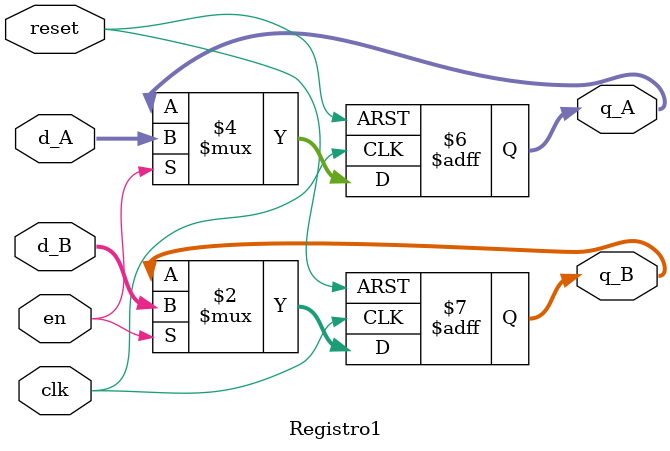
<source format=sv>
module Registro1 #(parameter N=32)( input logic reset,clk,en,
												 input logic [N-1:0] d_A,d_B,
												 output logic [N-1:0] q_A,q_B);


//reset asincronico

always_ff@(posedge clk,posedge reset)												 
		if (reset) begin q_A<=32'b0; q_B<=32'b0; end 
		else if(en) begin q_A<=d_A; q_B<=d_B; end
			
												 
endmodule

</source>
